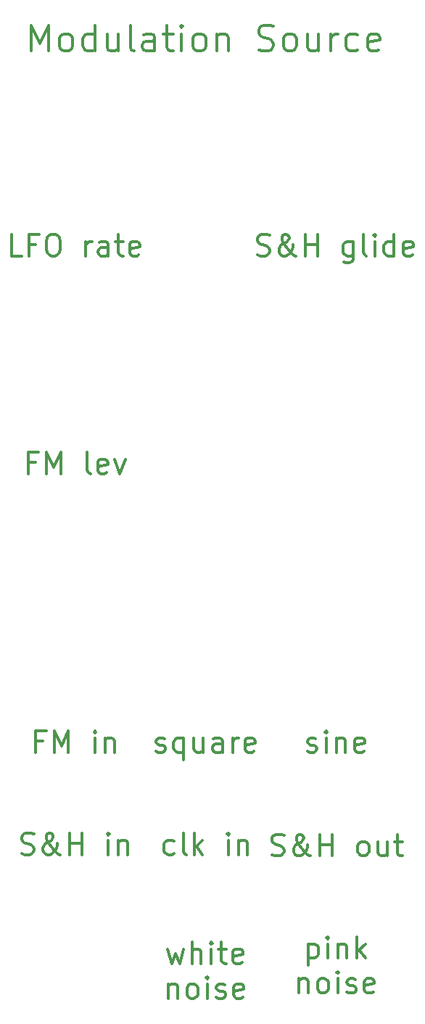
<source format=gbr>
%TF.GenerationSoftware,KiCad,Pcbnew,5.1.12-84ad8e8a86~92~ubuntu20.04.1*%
%TF.CreationDate,2021-12-18T13:57:56-05:00*%
%TF.ProjectId,front_panel,66726f6e-745f-4706-916e-656c2e6b6963,0*%
%TF.SameCoordinates,Original*%
%TF.FileFunction,Legend,Top*%
%TF.FilePolarity,Positive*%
%FSLAX46Y46*%
G04 Gerber Fmt 4.6, Leading zero omitted, Abs format (unit mm)*
G04 Created by KiCad (PCBNEW 5.1.12-84ad8e8a86~92~ubuntu20.04.1) date 2021-12-18 13:57:56*
%MOMM*%
%LPD*%
G01*
G04 APERTURE LIST*
%ADD10C,0.300000*%
G04 APERTURE END LIST*
D10*
X19566190Y-91956904D02*
X19804285Y-92075952D01*
X20280476Y-92075952D01*
X20518571Y-91956904D01*
X20637619Y-91718809D01*
X20637619Y-91599761D01*
X20518571Y-91361666D01*
X20280476Y-91242619D01*
X19923333Y-91242619D01*
X19685238Y-91123571D01*
X19566190Y-90885476D01*
X19566190Y-90766428D01*
X19685238Y-90528333D01*
X19923333Y-90409285D01*
X20280476Y-90409285D01*
X20518571Y-90528333D01*
X22780476Y-90409285D02*
X22780476Y-92909285D01*
X22780476Y-91956904D02*
X22542380Y-92075952D01*
X22066190Y-92075952D01*
X21828095Y-91956904D01*
X21709047Y-91837857D01*
X21590000Y-91599761D01*
X21590000Y-90885476D01*
X21709047Y-90647380D01*
X21828095Y-90528333D01*
X22066190Y-90409285D01*
X22542380Y-90409285D01*
X22780476Y-90528333D01*
X25042380Y-90409285D02*
X25042380Y-92075952D01*
X23970952Y-90409285D02*
X23970952Y-91718809D01*
X24090000Y-91956904D01*
X24328095Y-92075952D01*
X24685238Y-92075952D01*
X24923333Y-91956904D01*
X25042380Y-91837857D01*
X27304285Y-92075952D02*
X27304285Y-90766428D01*
X27185238Y-90528333D01*
X26947142Y-90409285D01*
X26470952Y-90409285D01*
X26232857Y-90528333D01*
X27304285Y-91956904D02*
X27066190Y-92075952D01*
X26470952Y-92075952D01*
X26232857Y-91956904D01*
X26113809Y-91718809D01*
X26113809Y-91480714D01*
X26232857Y-91242619D01*
X26470952Y-91123571D01*
X27066190Y-91123571D01*
X27304285Y-91004523D01*
X28494761Y-92075952D02*
X28494761Y-90409285D01*
X28494761Y-90885476D02*
X28613809Y-90647380D01*
X28732857Y-90528333D01*
X28970952Y-90409285D01*
X29209047Y-90409285D01*
X30994761Y-91956904D02*
X30756666Y-92075952D01*
X30280476Y-92075952D01*
X30042380Y-91956904D01*
X29923333Y-91718809D01*
X29923333Y-90766428D01*
X30042380Y-90528333D01*
X30280476Y-90409285D01*
X30756666Y-90409285D01*
X30994761Y-90528333D01*
X31113809Y-90766428D01*
X31113809Y-91004523D01*
X29923333Y-91242619D01*
X21650000Y-103881904D02*
X21411904Y-104000952D01*
X20935714Y-104000952D01*
X20697619Y-103881904D01*
X20578571Y-103762857D01*
X20459523Y-103524761D01*
X20459523Y-102810476D01*
X20578571Y-102572380D01*
X20697619Y-102453333D01*
X20935714Y-102334285D01*
X21411904Y-102334285D01*
X21650000Y-102453333D01*
X23078571Y-104000952D02*
X22840476Y-103881904D01*
X22721428Y-103643809D01*
X22721428Y-101500952D01*
X24030952Y-104000952D02*
X24030952Y-101500952D01*
X24269047Y-103048571D02*
X24983333Y-104000952D01*
X24983333Y-102334285D02*
X24030952Y-103286666D01*
X27959523Y-104000952D02*
X27959523Y-102334285D01*
X27959523Y-101500952D02*
X27840476Y-101620000D01*
X27959523Y-101739047D01*
X28078571Y-101620000D01*
X27959523Y-101500952D01*
X27959523Y-101739047D01*
X29150000Y-102334285D02*
X29150000Y-104000952D01*
X29150000Y-102572380D02*
X29269047Y-102453333D01*
X29507142Y-102334285D01*
X29864285Y-102334285D01*
X30102380Y-102453333D01*
X30221428Y-102691428D01*
X30221428Y-104000952D01*
X4964285Y-10247142D02*
X4964285Y-7247142D01*
X5964285Y-9390000D01*
X6964285Y-7247142D01*
X6964285Y-10247142D01*
X8821428Y-10247142D02*
X8535714Y-10104285D01*
X8392857Y-9961428D01*
X8249999Y-9675714D01*
X8249999Y-8818571D01*
X8392857Y-8532857D01*
X8535714Y-8390000D01*
X8821428Y-8247142D01*
X9249999Y-8247142D01*
X9535714Y-8390000D01*
X9678571Y-8532857D01*
X9821428Y-8818571D01*
X9821428Y-9675714D01*
X9678571Y-9961428D01*
X9535714Y-10104285D01*
X9249999Y-10247142D01*
X8821428Y-10247142D01*
X12392857Y-10247142D02*
X12392857Y-7247142D01*
X12392857Y-10104285D02*
X12107142Y-10247142D01*
X11535714Y-10247142D01*
X11249999Y-10104285D01*
X11107142Y-9961428D01*
X10964285Y-9675714D01*
X10964285Y-8818571D01*
X11107142Y-8532857D01*
X11249999Y-8390000D01*
X11535714Y-8247142D01*
X12107142Y-8247142D01*
X12392857Y-8390000D01*
X15107142Y-8247142D02*
X15107142Y-10247142D01*
X13821428Y-8247142D02*
X13821428Y-9818571D01*
X13964285Y-10104285D01*
X14249999Y-10247142D01*
X14678571Y-10247142D01*
X14964285Y-10104285D01*
X15107142Y-9961428D01*
X16964285Y-10247142D02*
X16678571Y-10104285D01*
X16535714Y-9818571D01*
X16535714Y-7247142D01*
X19392857Y-10247142D02*
X19392857Y-8675714D01*
X19249999Y-8390000D01*
X18964285Y-8247142D01*
X18392857Y-8247142D01*
X18107142Y-8390000D01*
X19392857Y-10104285D02*
X19107142Y-10247142D01*
X18392857Y-10247142D01*
X18107142Y-10104285D01*
X17964285Y-9818571D01*
X17964285Y-9532857D01*
X18107142Y-9247142D01*
X18392857Y-9104285D01*
X19107142Y-9104285D01*
X19392857Y-8961428D01*
X20392857Y-8247142D02*
X21535714Y-8247142D01*
X20821428Y-7247142D02*
X20821428Y-9818571D01*
X20964285Y-10104285D01*
X21249999Y-10247142D01*
X21535714Y-10247142D01*
X22535714Y-10247142D02*
X22535714Y-8247142D01*
X22535714Y-7247142D02*
X22392857Y-7390000D01*
X22535714Y-7532857D01*
X22678571Y-7390000D01*
X22535714Y-7247142D01*
X22535714Y-7532857D01*
X24392857Y-10247142D02*
X24107142Y-10104285D01*
X23964285Y-9961428D01*
X23821428Y-9675714D01*
X23821428Y-8818571D01*
X23964285Y-8532857D01*
X24107142Y-8390000D01*
X24392857Y-8247142D01*
X24821428Y-8247142D01*
X25107142Y-8390000D01*
X25249999Y-8532857D01*
X25392857Y-8818571D01*
X25392857Y-9675714D01*
X25249999Y-9961428D01*
X25107142Y-10104285D01*
X24821428Y-10247142D01*
X24392857Y-10247142D01*
X26678571Y-8247142D02*
X26678571Y-10247142D01*
X26678571Y-8532857D02*
X26821428Y-8390000D01*
X27107142Y-8247142D01*
X27535714Y-8247142D01*
X27821428Y-8390000D01*
X27964285Y-8675714D01*
X27964285Y-10247142D01*
X31535714Y-10104285D02*
X31964285Y-10247142D01*
X32678571Y-10247142D01*
X32964285Y-10104285D01*
X33107142Y-9961428D01*
X33249999Y-9675714D01*
X33249999Y-9390000D01*
X33107142Y-9104285D01*
X32964285Y-8961428D01*
X32678571Y-8818571D01*
X32107142Y-8675714D01*
X31821428Y-8532857D01*
X31678571Y-8390000D01*
X31535714Y-8104285D01*
X31535714Y-7818571D01*
X31678571Y-7532857D01*
X31821428Y-7390000D01*
X32107142Y-7247142D01*
X32821428Y-7247142D01*
X33249999Y-7390000D01*
X34964285Y-10247142D02*
X34678571Y-10104285D01*
X34535714Y-9961428D01*
X34392857Y-9675714D01*
X34392857Y-8818571D01*
X34535714Y-8532857D01*
X34678571Y-8390000D01*
X34964285Y-8247142D01*
X35392857Y-8247142D01*
X35678571Y-8390000D01*
X35821428Y-8532857D01*
X35964285Y-8818571D01*
X35964285Y-9675714D01*
X35821428Y-9961428D01*
X35678571Y-10104285D01*
X35392857Y-10247142D01*
X34964285Y-10247142D01*
X38535714Y-8247142D02*
X38535714Y-10247142D01*
X37249999Y-8247142D02*
X37249999Y-9818571D01*
X37392857Y-10104285D01*
X37678571Y-10247142D01*
X38107142Y-10247142D01*
X38392857Y-10104285D01*
X38535714Y-9961428D01*
X39964285Y-10247142D02*
X39964285Y-8247142D01*
X39964285Y-8818571D02*
X40107142Y-8532857D01*
X40249999Y-8390000D01*
X40535714Y-8247142D01*
X40821428Y-8247142D01*
X43107142Y-10104285D02*
X42821428Y-10247142D01*
X42249999Y-10247142D01*
X41964285Y-10104285D01*
X41821428Y-9961428D01*
X41678571Y-9675714D01*
X41678571Y-8818571D01*
X41821428Y-8532857D01*
X41964285Y-8390000D01*
X42249999Y-8247142D01*
X42821428Y-8247142D01*
X43107142Y-8390000D01*
X45535714Y-10104285D02*
X45250000Y-10247142D01*
X44678571Y-10247142D01*
X44392857Y-10104285D01*
X44250000Y-9818571D01*
X44250000Y-8675714D01*
X44392857Y-8390000D01*
X44678571Y-8247142D01*
X45250000Y-8247142D01*
X45535714Y-8390000D01*
X45678571Y-8675714D01*
X45678571Y-8961428D01*
X44250000Y-9247142D01*
X37306190Y-114419285D02*
X37306190Y-116919285D01*
X37306190Y-114538333D02*
X37544285Y-114419285D01*
X38020476Y-114419285D01*
X38258571Y-114538333D01*
X38377619Y-114657380D01*
X38496666Y-114895476D01*
X38496666Y-115609761D01*
X38377619Y-115847857D01*
X38258571Y-115966904D01*
X38020476Y-116085952D01*
X37544285Y-116085952D01*
X37306190Y-115966904D01*
X39568095Y-116085952D02*
X39568095Y-114419285D01*
X39568095Y-113585952D02*
X39449047Y-113705000D01*
X39568095Y-113824047D01*
X39687142Y-113705000D01*
X39568095Y-113585952D01*
X39568095Y-113824047D01*
X40758571Y-114419285D02*
X40758571Y-116085952D01*
X40758571Y-114657380D02*
X40877619Y-114538333D01*
X41115714Y-114419285D01*
X41472857Y-114419285D01*
X41710952Y-114538333D01*
X41830000Y-114776428D01*
X41830000Y-116085952D01*
X43020476Y-116085952D02*
X43020476Y-113585952D01*
X43258571Y-115133571D02*
X43972857Y-116085952D01*
X43972857Y-114419285D02*
X43020476Y-115371666D01*
X36234761Y-118469285D02*
X36234761Y-120135952D01*
X36234761Y-118707380D02*
X36353809Y-118588333D01*
X36591904Y-118469285D01*
X36949047Y-118469285D01*
X37187142Y-118588333D01*
X37306190Y-118826428D01*
X37306190Y-120135952D01*
X38853809Y-120135952D02*
X38615714Y-120016904D01*
X38496666Y-119897857D01*
X38377619Y-119659761D01*
X38377619Y-118945476D01*
X38496666Y-118707380D01*
X38615714Y-118588333D01*
X38853809Y-118469285D01*
X39210952Y-118469285D01*
X39449047Y-118588333D01*
X39568095Y-118707380D01*
X39687142Y-118945476D01*
X39687142Y-119659761D01*
X39568095Y-119897857D01*
X39449047Y-120016904D01*
X39210952Y-120135952D01*
X38853809Y-120135952D01*
X40758571Y-120135952D02*
X40758571Y-118469285D01*
X40758571Y-117635952D02*
X40639523Y-117755000D01*
X40758571Y-117874047D01*
X40877619Y-117755000D01*
X40758571Y-117635952D01*
X40758571Y-117874047D01*
X41829999Y-120016904D02*
X42068095Y-120135952D01*
X42544285Y-120135952D01*
X42782380Y-120016904D01*
X42901428Y-119778809D01*
X42901428Y-119659761D01*
X42782380Y-119421666D01*
X42544285Y-119302619D01*
X42187142Y-119302619D01*
X41949047Y-119183571D01*
X41829999Y-118945476D01*
X41829999Y-118826428D01*
X41949047Y-118588333D01*
X42187142Y-118469285D01*
X42544285Y-118469285D01*
X42782380Y-118588333D01*
X44925238Y-120016904D02*
X44687142Y-120135952D01*
X44210952Y-120135952D01*
X43972857Y-120016904D01*
X43853809Y-119778809D01*
X43853809Y-118826428D01*
X43972857Y-118588333D01*
X44210952Y-118469285D01*
X44687142Y-118469285D01*
X44925238Y-118588333D01*
X45044285Y-118826428D01*
X45044285Y-119064523D01*
X43853809Y-119302619D01*
X33080000Y-104021904D02*
X33437142Y-104140952D01*
X34032380Y-104140952D01*
X34270476Y-104021904D01*
X34389523Y-103902857D01*
X34508571Y-103664761D01*
X34508571Y-103426666D01*
X34389523Y-103188571D01*
X34270476Y-103069523D01*
X34032380Y-102950476D01*
X33556190Y-102831428D01*
X33318095Y-102712380D01*
X33199047Y-102593333D01*
X33080000Y-102355238D01*
X33080000Y-102117142D01*
X33199047Y-101879047D01*
X33318095Y-101760000D01*
X33556190Y-101640952D01*
X34151428Y-101640952D01*
X34508571Y-101760000D01*
X37603809Y-104140952D02*
X37484761Y-104140952D01*
X37246666Y-104021904D01*
X36889523Y-103664761D01*
X36294285Y-102950476D01*
X36056190Y-102593333D01*
X35937142Y-102236190D01*
X35937142Y-101998095D01*
X36056190Y-101760000D01*
X36294285Y-101640952D01*
X36413333Y-101640952D01*
X36651428Y-101760000D01*
X36770476Y-101998095D01*
X36770476Y-102117142D01*
X36651428Y-102355238D01*
X36532380Y-102474285D01*
X35818095Y-102950476D01*
X35699047Y-103069523D01*
X35580000Y-103307619D01*
X35580000Y-103664761D01*
X35699047Y-103902857D01*
X35818095Y-104021904D01*
X36056190Y-104140952D01*
X36413333Y-104140952D01*
X36651428Y-104021904D01*
X36770476Y-103902857D01*
X37127619Y-103426666D01*
X37246666Y-103069523D01*
X37246666Y-102831428D01*
X38675238Y-104140952D02*
X38675238Y-101640952D01*
X38675238Y-102831428D02*
X40103809Y-102831428D01*
X40103809Y-104140952D02*
X40103809Y-101640952D01*
X43556190Y-104140952D02*
X43318095Y-104021904D01*
X43199047Y-103902857D01*
X43080000Y-103664761D01*
X43080000Y-102950476D01*
X43199047Y-102712380D01*
X43318095Y-102593333D01*
X43556190Y-102474285D01*
X43913333Y-102474285D01*
X44151428Y-102593333D01*
X44270476Y-102712380D01*
X44389523Y-102950476D01*
X44389523Y-103664761D01*
X44270476Y-103902857D01*
X44151428Y-104021904D01*
X43913333Y-104140952D01*
X43556190Y-104140952D01*
X46532380Y-102474285D02*
X46532380Y-104140952D01*
X45460952Y-102474285D02*
X45460952Y-103783809D01*
X45580000Y-104021904D01*
X45818095Y-104140952D01*
X46175238Y-104140952D01*
X46413333Y-104021904D01*
X46532380Y-103902857D01*
X47365714Y-102474285D02*
X48318095Y-102474285D01*
X47722857Y-101640952D02*
X47722857Y-103783809D01*
X47841904Y-104021904D01*
X48079999Y-104140952D01*
X48318095Y-104140952D01*
X37246666Y-91956904D02*
X37484761Y-92075952D01*
X37960952Y-92075952D01*
X38199047Y-91956904D01*
X38318095Y-91718809D01*
X38318095Y-91599761D01*
X38199047Y-91361666D01*
X37960952Y-91242619D01*
X37603809Y-91242619D01*
X37365714Y-91123571D01*
X37246666Y-90885476D01*
X37246666Y-90766428D01*
X37365714Y-90528333D01*
X37603809Y-90409285D01*
X37960952Y-90409285D01*
X38199047Y-90528333D01*
X39389523Y-92075952D02*
X39389523Y-90409285D01*
X39389523Y-89575952D02*
X39270476Y-89695000D01*
X39389523Y-89814047D01*
X39508571Y-89695000D01*
X39389523Y-89575952D01*
X39389523Y-89814047D01*
X40580000Y-90409285D02*
X40580000Y-92075952D01*
X40580000Y-90647380D02*
X40699047Y-90528333D01*
X40937142Y-90409285D01*
X41294285Y-90409285D01*
X41532380Y-90528333D01*
X41651428Y-90766428D01*
X41651428Y-92075952D01*
X43794285Y-91956904D02*
X43556190Y-92075952D01*
X43080000Y-92075952D01*
X42841904Y-91956904D01*
X42722857Y-91718809D01*
X42722857Y-90766428D01*
X42841904Y-90528333D01*
X43080000Y-90409285D01*
X43556190Y-90409285D01*
X43794285Y-90528333D01*
X43913333Y-90766428D01*
X43913333Y-91004523D01*
X42722857Y-91242619D01*
X20875714Y-115054285D02*
X21351904Y-116720952D01*
X21828095Y-115530476D01*
X22304285Y-116720952D01*
X22780476Y-115054285D01*
X23732857Y-116720952D02*
X23732857Y-114220952D01*
X24804285Y-116720952D02*
X24804285Y-115411428D01*
X24685238Y-115173333D01*
X24447142Y-115054285D01*
X24090000Y-115054285D01*
X23851904Y-115173333D01*
X23732857Y-115292380D01*
X25994761Y-116720952D02*
X25994761Y-115054285D01*
X25994761Y-114220952D02*
X25875714Y-114340000D01*
X25994761Y-114459047D01*
X26113809Y-114340000D01*
X25994761Y-114220952D01*
X25994761Y-114459047D01*
X26828095Y-115054285D02*
X27780476Y-115054285D01*
X27185238Y-114220952D02*
X27185238Y-116363809D01*
X27304285Y-116601904D01*
X27542380Y-116720952D01*
X27780476Y-116720952D01*
X29566190Y-116601904D02*
X29328095Y-116720952D01*
X28851904Y-116720952D01*
X28613809Y-116601904D01*
X28494761Y-116363809D01*
X28494761Y-115411428D01*
X28613809Y-115173333D01*
X28851904Y-115054285D01*
X29328095Y-115054285D01*
X29566190Y-115173333D01*
X29685238Y-115411428D01*
X29685238Y-115649523D01*
X28494761Y-115887619D01*
X20994761Y-119104285D02*
X20994761Y-120770952D01*
X20994761Y-119342380D02*
X21113809Y-119223333D01*
X21351904Y-119104285D01*
X21709047Y-119104285D01*
X21947142Y-119223333D01*
X22066190Y-119461428D01*
X22066190Y-120770952D01*
X23613809Y-120770952D02*
X23375714Y-120651904D01*
X23256666Y-120532857D01*
X23137619Y-120294761D01*
X23137619Y-119580476D01*
X23256666Y-119342380D01*
X23375714Y-119223333D01*
X23613809Y-119104285D01*
X23970952Y-119104285D01*
X24209047Y-119223333D01*
X24328095Y-119342380D01*
X24447142Y-119580476D01*
X24447142Y-120294761D01*
X24328095Y-120532857D01*
X24209047Y-120651904D01*
X23970952Y-120770952D01*
X23613809Y-120770952D01*
X25518571Y-120770952D02*
X25518571Y-119104285D01*
X25518571Y-118270952D02*
X25399523Y-118390000D01*
X25518571Y-118509047D01*
X25637619Y-118390000D01*
X25518571Y-118270952D01*
X25518571Y-118509047D01*
X26590000Y-120651904D02*
X26828095Y-120770952D01*
X27304285Y-120770952D01*
X27542380Y-120651904D01*
X27661428Y-120413809D01*
X27661428Y-120294761D01*
X27542380Y-120056666D01*
X27304285Y-119937619D01*
X26947142Y-119937619D01*
X26709047Y-119818571D01*
X26590000Y-119580476D01*
X26590000Y-119461428D01*
X26709047Y-119223333D01*
X26947142Y-119104285D01*
X27304285Y-119104285D01*
X27542380Y-119223333D01*
X29685238Y-120651904D02*
X29447142Y-120770952D01*
X28970952Y-120770952D01*
X28732857Y-120651904D01*
X28613809Y-120413809D01*
X28613809Y-119461428D01*
X28732857Y-119223333D01*
X28970952Y-119104285D01*
X29447142Y-119104285D01*
X29685238Y-119223333D01*
X29804285Y-119461428D01*
X29804285Y-119699523D01*
X28613809Y-119937619D01*
X3850000Y-103881904D02*
X4207142Y-104000952D01*
X4802380Y-104000952D01*
X5040476Y-103881904D01*
X5159523Y-103762857D01*
X5278571Y-103524761D01*
X5278571Y-103286666D01*
X5159523Y-103048571D01*
X5040476Y-102929523D01*
X4802380Y-102810476D01*
X4326190Y-102691428D01*
X4088095Y-102572380D01*
X3969047Y-102453333D01*
X3850000Y-102215238D01*
X3850000Y-101977142D01*
X3969047Y-101739047D01*
X4088095Y-101620000D01*
X4326190Y-101500952D01*
X4921428Y-101500952D01*
X5278571Y-101620000D01*
X8373809Y-104000952D02*
X8254761Y-104000952D01*
X8016666Y-103881904D01*
X7659523Y-103524761D01*
X7064285Y-102810476D01*
X6826190Y-102453333D01*
X6707142Y-102096190D01*
X6707142Y-101858095D01*
X6826190Y-101620000D01*
X7064285Y-101500952D01*
X7183333Y-101500952D01*
X7421428Y-101620000D01*
X7540476Y-101858095D01*
X7540476Y-101977142D01*
X7421428Y-102215238D01*
X7302380Y-102334285D01*
X6588095Y-102810476D01*
X6469047Y-102929523D01*
X6349999Y-103167619D01*
X6349999Y-103524761D01*
X6469047Y-103762857D01*
X6588095Y-103881904D01*
X6826190Y-104000952D01*
X7183333Y-104000952D01*
X7421428Y-103881904D01*
X7540476Y-103762857D01*
X7897619Y-103286666D01*
X8016666Y-102929523D01*
X8016666Y-102691428D01*
X9445238Y-104000952D02*
X9445238Y-101500952D01*
X9445238Y-102691428D02*
X10873809Y-102691428D01*
X10873809Y-104000952D02*
X10873809Y-101500952D01*
X13969047Y-104000952D02*
X13969047Y-102334285D01*
X13969047Y-101500952D02*
X13849999Y-101620000D01*
X13969047Y-101739047D01*
X14088095Y-101620000D01*
X13969047Y-101500952D01*
X13969047Y-101739047D01*
X15159523Y-102334285D02*
X15159523Y-104000952D01*
X15159523Y-102572380D02*
X15278571Y-102453333D01*
X15516666Y-102334285D01*
X15873809Y-102334285D01*
X16111904Y-102453333D01*
X16230952Y-102691428D01*
X16230952Y-104000952D01*
X6350000Y-90766428D02*
X5516666Y-90766428D01*
X5516666Y-92075952D02*
X5516666Y-89575952D01*
X6707142Y-89575952D01*
X7659523Y-92075952D02*
X7659523Y-89575952D01*
X8492857Y-91361666D01*
X9326190Y-89575952D01*
X9326190Y-92075952D01*
X12421428Y-92075952D02*
X12421428Y-90409285D01*
X12421428Y-89575952D02*
X12302380Y-89695000D01*
X12421428Y-89814047D01*
X12540476Y-89695000D01*
X12421428Y-89575952D01*
X12421428Y-89814047D01*
X13611904Y-90409285D02*
X13611904Y-92075952D01*
X13611904Y-90647380D02*
X13730952Y-90528333D01*
X13969047Y-90409285D01*
X14326190Y-90409285D01*
X14564285Y-90528333D01*
X14683333Y-90766428D01*
X14683333Y-92075952D01*
X31382857Y-34031904D02*
X31739999Y-34150952D01*
X32335238Y-34150952D01*
X32573333Y-34031904D01*
X32692380Y-33912857D01*
X32811428Y-33674761D01*
X32811428Y-33436666D01*
X32692380Y-33198571D01*
X32573333Y-33079523D01*
X32335238Y-32960476D01*
X31859047Y-32841428D01*
X31620952Y-32722380D01*
X31501904Y-32603333D01*
X31382857Y-32365238D01*
X31382857Y-32127142D01*
X31501904Y-31889047D01*
X31620952Y-31770000D01*
X31859047Y-31650952D01*
X32454285Y-31650952D01*
X32811428Y-31770000D01*
X35906666Y-34150952D02*
X35787619Y-34150952D01*
X35549523Y-34031904D01*
X35192380Y-33674761D01*
X34597142Y-32960476D01*
X34359047Y-32603333D01*
X34240000Y-32246190D01*
X34240000Y-32008095D01*
X34359047Y-31770000D01*
X34597142Y-31650952D01*
X34716190Y-31650952D01*
X34954285Y-31770000D01*
X35073333Y-32008095D01*
X35073333Y-32127142D01*
X34954285Y-32365238D01*
X34835238Y-32484285D01*
X34120952Y-32960476D01*
X34001904Y-33079523D01*
X33882857Y-33317619D01*
X33882857Y-33674761D01*
X34001904Y-33912857D01*
X34120952Y-34031904D01*
X34359047Y-34150952D01*
X34716190Y-34150952D01*
X34954285Y-34031904D01*
X35073333Y-33912857D01*
X35430476Y-33436666D01*
X35549523Y-33079523D01*
X35549523Y-32841428D01*
X36978095Y-34150952D02*
X36978095Y-31650952D01*
X36978095Y-32841428D02*
X38406666Y-32841428D01*
X38406666Y-34150952D02*
X38406666Y-31650952D01*
X42573333Y-32484285D02*
X42573333Y-34508095D01*
X42454285Y-34746190D01*
X42335238Y-34865238D01*
X42097142Y-34984285D01*
X41740000Y-34984285D01*
X41501904Y-34865238D01*
X42573333Y-34031904D02*
X42335238Y-34150952D01*
X41859047Y-34150952D01*
X41620952Y-34031904D01*
X41501904Y-33912857D01*
X41382857Y-33674761D01*
X41382857Y-32960476D01*
X41501904Y-32722380D01*
X41620952Y-32603333D01*
X41859047Y-32484285D01*
X42335238Y-32484285D01*
X42573333Y-32603333D01*
X44120952Y-34150952D02*
X43882857Y-34031904D01*
X43763809Y-33793809D01*
X43763809Y-31650952D01*
X45073333Y-34150952D02*
X45073333Y-32484285D01*
X45073333Y-31650952D02*
X44954285Y-31770000D01*
X45073333Y-31889047D01*
X45192380Y-31770000D01*
X45073333Y-31650952D01*
X45073333Y-31889047D01*
X47335238Y-34150952D02*
X47335238Y-31650952D01*
X47335238Y-34031904D02*
X47097142Y-34150952D01*
X46620952Y-34150952D01*
X46382857Y-34031904D01*
X46263809Y-33912857D01*
X46144761Y-33674761D01*
X46144761Y-32960476D01*
X46263809Y-32722380D01*
X46382857Y-32603333D01*
X46620952Y-32484285D01*
X47097142Y-32484285D01*
X47335238Y-32603333D01*
X49478095Y-34031904D02*
X49240000Y-34150952D01*
X48763809Y-34150952D01*
X48525714Y-34031904D01*
X48406666Y-33793809D01*
X48406666Y-32841428D01*
X48525714Y-32603333D01*
X48763809Y-32484285D01*
X49240000Y-32484285D01*
X49478095Y-32603333D01*
X49597142Y-32841428D01*
X49597142Y-33079523D01*
X48406666Y-33317619D01*
X5457619Y-58241428D02*
X4624285Y-58241428D01*
X4624285Y-59550952D02*
X4624285Y-57050952D01*
X5814761Y-57050952D01*
X6767142Y-59550952D02*
X6767142Y-57050952D01*
X7600476Y-58836666D01*
X8433809Y-57050952D01*
X8433809Y-59550952D01*
X11886190Y-59550952D02*
X11648095Y-59431904D01*
X11529047Y-59193809D01*
X11529047Y-57050952D01*
X13790952Y-59431904D02*
X13552857Y-59550952D01*
X13076666Y-59550952D01*
X12838571Y-59431904D01*
X12719523Y-59193809D01*
X12719523Y-58241428D01*
X12838571Y-58003333D01*
X13076666Y-57884285D01*
X13552857Y-57884285D01*
X13790952Y-58003333D01*
X13910000Y-58241428D01*
X13910000Y-58479523D01*
X12719523Y-58717619D01*
X14743333Y-57884285D02*
X15338571Y-59550952D01*
X15933809Y-57884285D01*
X3850000Y-34150952D02*
X2659523Y-34150952D01*
X2659523Y-31650952D01*
X5516666Y-32841428D02*
X4683333Y-32841428D01*
X4683333Y-34150952D02*
X4683333Y-31650952D01*
X5873809Y-31650952D01*
X7302380Y-31650952D02*
X7778571Y-31650952D01*
X8016666Y-31770000D01*
X8254761Y-32008095D01*
X8373809Y-32484285D01*
X8373809Y-33317619D01*
X8254761Y-33793809D01*
X8016666Y-34031904D01*
X7778571Y-34150952D01*
X7302380Y-34150952D01*
X7064285Y-34031904D01*
X6826190Y-33793809D01*
X6707142Y-33317619D01*
X6707142Y-32484285D01*
X6826190Y-32008095D01*
X7064285Y-31770000D01*
X7302380Y-31650952D01*
X11350000Y-34150952D02*
X11350000Y-32484285D01*
X11350000Y-32960476D02*
X11469047Y-32722380D01*
X11588095Y-32603333D01*
X11826190Y-32484285D01*
X12064285Y-32484285D01*
X13969047Y-34150952D02*
X13969047Y-32841428D01*
X13850000Y-32603333D01*
X13611904Y-32484285D01*
X13135714Y-32484285D01*
X12897619Y-32603333D01*
X13969047Y-34031904D02*
X13730952Y-34150952D01*
X13135714Y-34150952D01*
X12897619Y-34031904D01*
X12778571Y-33793809D01*
X12778571Y-33555714D01*
X12897619Y-33317619D01*
X13135714Y-33198571D01*
X13730952Y-33198571D01*
X13969047Y-33079523D01*
X14802380Y-32484285D02*
X15754761Y-32484285D01*
X15159523Y-31650952D02*
X15159523Y-33793809D01*
X15278571Y-34031904D01*
X15516666Y-34150952D01*
X15754761Y-34150952D01*
X17540476Y-34031904D02*
X17302380Y-34150952D01*
X16826190Y-34150952D01*
X16588095Y-34031904D01*
X16469047Y-33793809D01*
X16469047Y-32841428D01*
X16588095Y-32603333D01*
X16826190Y-32484285D01*
X17302380Y-32484285D01*
X17540476Y-32603333D01*
X17659523Y-32841428D01*
X17659523Y-33079523D01*
X16469047Y-33317619D01*
M02*

</source>
